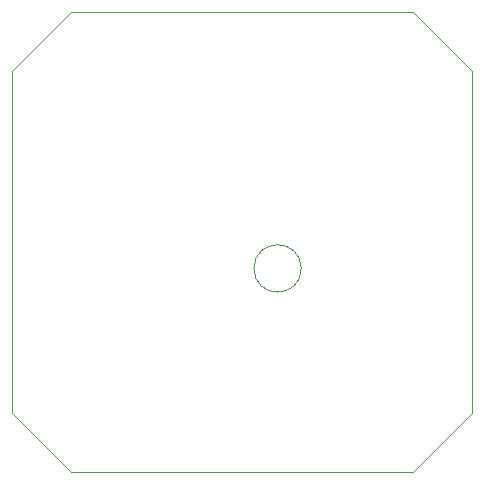
<source format=gbr>
G04 #@! TF.GenerationSoftware,KiCad,Pcbnew,(5.1.4)-1*
G04 #@! TF.CreationDate,2021-04-18T18:25:46+02:00*
G04 #@! TF.ProjectId,KUPS-DIM-6CVLED,4b555053-2d44-4494-9d2d-3643564c4544,V00.03*
G04 #@! TF.SameCoordinates,Original*
G04 #@! TF.FileFunction,Profile,NP*
%FSLAX46Y46*%
G04 Gerber Fmt 4.6, Leading zero omitted, Abs format (unit mm)*
G04 Created by KiCad (PCBNEW (5.1.4)-1) date 2021-04-18 18:25:46*
%MOMM*%
%LPD*%
G04 APERTURE LIST*
%ADD10C,0.050000*%
G04 APERTURE END LIST*
D10*
X114500000Y-122750000D02*
G75*
G03X114500000Y-122750000I-2000000J0D01*
G01*
X106000000Y-140000000D02*
X124000000Y-140000000D01*
X95000000Y-140000000D02*
X106000000Y-140000000D01*
X95000000Y-101000000D02*
X90000000Y-106000000D01*
X95000000Y-140000000D02*
X90000000Y-135000000D01*
X129000000Y-135000000D02*
X124000000Y-140000000D01*
X124000000Y-101000000D02*
X129000000Y-106000000D01*
X90000000Y-135000000D02*
X90000000Y-106000000D01*
X129000000Y-106000000D02*
X129000000Y-135000000D01*
X95000000Y-101000000D02*
X124000000Y-101000000D01*
M02*

</source>
